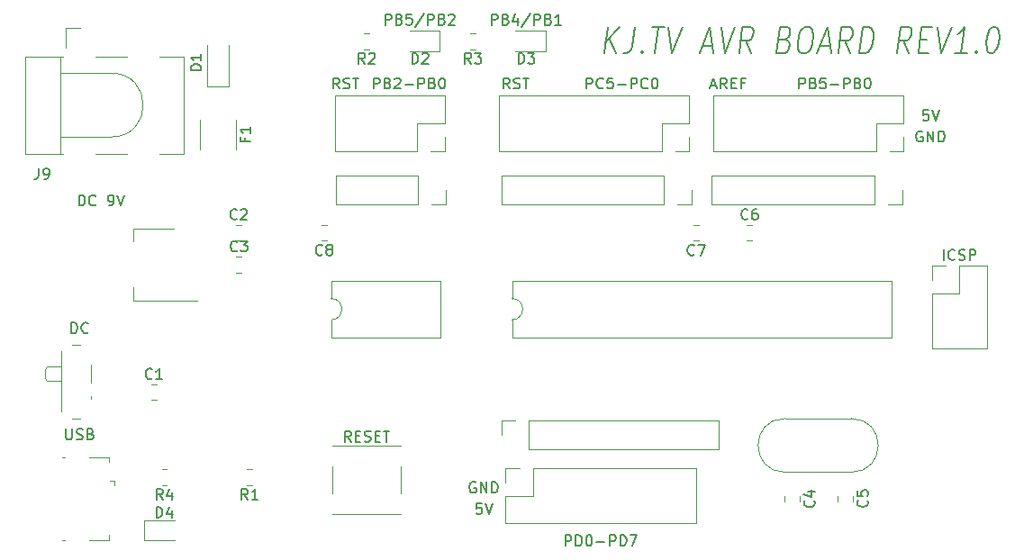
<source format=gbr>
%TF.GenerationSoftware,KiCad,Pcbnew,(5.1.9)-1*%
%TF.CreationDate,2021-06-11T11:12:06+10:00*%
%TF.ProjectId,AVRDevBoard,41565244-6576-4426-9f61-72642e6b6963,rev?*%
%TF.SameCoordinates,Original*%
%TF.FileFunction,Legend,Top*%
%TF.FilePolarity,Positive*%
%FSLAX46Y46*%
G04 Gerber Fmt 4.6, Leading zero omitted, Abs format (unit mm)*
G04 Created by KiCad (PCBNEW (5.1.9)-1) date 2021-06-11 11:12:06*
%MOMM*%
%LPD*%
G01*
G04 APERTURE LIST*
%ADD10C,0.150000*%
%ADD11C,0.120000*%
G04 APERTURE END LIST*
D10*
X81339747Y-81130952D02*
X81652247Y-78630952D01*
X82482604Y-81130952D02*
X81804032Y-79702380D01*
X82795104Y-78630952D02*
X81473675Y-80059523D01*
X84223675Y-78630952D02*
X84000461Y-80416666D01*
X83860580Y-80773809D01*
X83640342Y-81011904D01*
X83339747Y-81130952D01*
X83149270Y-81130952D01*
X84893318Y-80892857D02*
X84973675Y-81011904D01*
X84863556Y-81130952D01*
X84783199Y-81011904D01*
X84893318Y-80892857D01*
X84863556Y-81130952D01*
X85842723Y-78630952D02*
X86985580Y-78630952D01*
X86101651Y-81130952D02*
X86414151Y-78630952D01*
X87366532Y-78630952D02*
X87720699Y-81130952D01*
X88699866Y-78630952D01*
X90571889Y-80416666D02*
X91524270Y-80416666D01*
X90292127Y-81130952D02*
X91271294Y-78630952D01*
X91625461Y-81130952D01*
X92318913Y-78630952D02*
X92673080Y-81130952D01*
X93652247Y-78630952D01*
X95149270Y-81130952D02*
X94631413Y-79940476D01*
X94006413Y-81130952D02*
X94318913Y-78630952D01*
X95080818Y-78630952D01*
X95256413Y-78750000D01*
X95336770Y-78869047D01*
X95402247Y-79107142D01*
X95357604Y-79464285D01*
X95232604Y-79702380D01*
X95122485Y-79821428D01*
X94917127Y-79940476D01*
X94155223Y-79940476D01*
X98360580Y-79821428D02*
X98631413Y-79940476D01*
X98711770Y-80059523D01*
X98777247Y-80297619D01*
X98732604Y-80654761D01*
X98607604Y-80892857D01*
X98497485Y-81011904D01*
X98292127Y-81130952D01*
X97530223Y-81130952D01*
X97842723Y-78630952D01*
X98509389Y-78630952D01*
X98684985Y-78750000D01*
X98765342Y-78869047D01*
X98830818Y-79107142D01*
X98801056Y-79345238D01*
X98676056Y-79583333D01*
X98565937Y-79702380D01*
X98360580Y-79821428D01*
X97693913Y-79821428D01*
X100223675Y-78630952D02*
X100604627Y-78630952D01*
X100780223Y-78750000D01*
X100940937Y-78988095D01*
X100976651Y-79464285D01*
X100872485Y-80297619D01*
X100717723Y-80773809D01*
X100497485Y-81011904D01*
X100292127Y-81130952D01*
X99911175Y-81130952D01*
X99735580Y-81011904D01*
X99574866Y-80773809D01*
X99539151Y-80297619D01*
X99643318Y-79464285D01*
X99798080Y-78988095D01*
X100018318Y-78750000D01*
X100223675Y-78630952D01*
X101619508Y-80416666D02*
X102571889Y-80416666D01*
X101339747Y-81130952D02*
X102318913Y-78630952D01*
X102673080Y-81130952D01*
X104482604Y-81130952D02*
X103964747Y-79940476D01*
X103339747Y-81130952D02*
X103652247Y-78630952D01*
X104414151Y-78630952D01*
X104589747Y-78750000D01*
X104670104Y-78869047D01*
X104735580Y-79107142D01*
X104690937Y-79464285D01*
X104565937Y-79702380D01*
X104455818Y-79821428D01*
X104250461Y-79940476D01*
X103488556Y-79940476D01*
X105339747Y-81130952D02*
X105652247Y-78630952D01*
X106128437Y-78630952D01*
X106399270Y-78750000D01*
X106559985Y-78988095D01*
X106625461Y-79226190D01*
X106661175Y-79702380D01*
X106616532Y-80059523D01*
X106461770Y-80535714D01*
X106336770Y-80773809D01*
X106116532Y-81011904D01*
X105815937Y-81130952D01*
X105339747Y-81130952D01*
X110006413Y-81130952D02*
X109488556Y-79940476D01*
X108863556Y-81130952D02*
X109176056Y-78630952D01*
X109937961Y-78630952D01*
X110113556Y-78750000D01*
X110193913Y-78869047D01*
X110259389Y-79107142D01*
X110214747Y-79464285D01*
X110089747Y-79702380D01*
X109979627Y-79821428D01*
X109774270Y-79940476D01*
X109012366Y-79940476D01*
X111027247Y-79821428D02*
X111693913Y-79821428D01*
X111815937Y-81130952D02*
X110863556Y-81130952D01*
X111176056Y-78630952D01*
X112128437Y-78630952D01*
X112699866Y-78630952D02*
X113054032Y-81130952D01*
X114033199Y-78630952D01*
X115434985Y-81130952D02*
X114292127Y-81130952D01*
X114863556Y-81130952D02*
X115176056Y-78630952D01*
X114940937Y-78988095D01*
X114720699Y-79226190D01*
X114515342Y-79345238D01*
X116321889Y-80892857D02*
X116402247Y-81011904D01*
X116292127Y-81130952D01*
X116211770Y-81011904D01*
X116321889Y-80892857D01*
X116292127Y-81130952D01*
X117937961Y-78630952D02*
X118128437Y-78630952D01*
X118304032Y-78750000D01*
X118384389Y-78869047D01*
X118449866Y-79107142D01*
X118485580Y-79583333D01*
X118411175Y-80178571D01*
X118256413Y-80654761D01*
X118131413Y-80892857D01*
X118021294Y-81011904D01*
X117815937Y-81130952D01*
X117625461Y-81130952D01*
X117449866Y-81011904D01*
X117369508Y-80892857D01*
X117304032Y-80654761D01*
X117268318Y-80178571D01*
X117342723Y-79583333D01*
X117497485Y-79107142D01*
X117622485Y-78869047D01*
X117732604Y-78750000D01*
X117937961Y-78630952D01*
X31952380Y-95452380D02*
X31952380Y-94452380D01*
X32190476Y-94452380D01*
X32333333Y-94500000D01*
X32428571Y-94595238D01*
X32476190Y-94690476D01*
X32523809Y-94880952D01*
X32523809Y-95023809D01*
X32476190Y-95214285D01*
X32428571Y-95309523D01*
X32333333Y-95404761D01*
X32190476Y-95452380D01*
X31952380Y-95452380D01*
X33523809Y-95357142D02*
X33476190Y-95404761D01*
X33333333Y-95452380D01*
X33238095Y-95452380D01*
X33095238Y-95404761D01*
X33000000Y-95309523D01*
X32952380Y-95214285D01*
X32904761Y-95023809D01*
X32904761Y-94880952D01*
X32952380Y-94690476D01*
X33000000Y-94595238D01*
X33095238Y-94500000D01*
X33238095Y-94452380D01*
X33333333Y-94452380D01*
X33476190Y-94500000D01*
X33523809Y-94547619D01*
X34761904Y-95452380D02*
X34952380Y-95452380D01*
X35047619Y-95404761D01*
X35095238Y-95357142D01*
X35190476Y-95214285D01*
X35238095Y-95023809D01*
X35238095Y-94642857D01*
X35190476Y-94547619D01*
X35142857Y-94500000D01*
X35047619Y-94452380D01*
X34857142Y-94452380D01*
X34761904Y-94500000D01*
X34714285Y-94547619D01*
X34666666Y-94642857D01*
X34666666Y-94880952D01*
X34714285Y-94976190D01*
X34761904Y-95023809D01*
X34857142Y-95071428D01*
X35047619Y-95071428D01*
X35142857Y-95023809D01*
X35190476Y-94976190D01*
X35238095Y-94880952D01*
X35523809Y-94452380D02*
X35857142Y-95452380D01*
X36190476Y-94452380D01*
X30738095Y-116452380D02*
X30738095Y-117261904D01*
X30785714Y-117357142D01*
X30833333Y-117404761D01*
X30928571Y-117452380D01*
X31119047Y-117452380D01*
X31214285Y-117404761D01*
X31261904Y-117357142D01*
X31309523Y-117261904D01*
X31309523Y-116452380D01*
X31738095Y-117404761D02*
X31880952Y-117452380D01*
X32119047Y-117452380D01*
X32214285Y-117404761D01*
X32261904Y-117357142D01*
X32309523Y-117261904D01*
X32309523Y-117166666D01*
X32261904Y-117071428D01*
X32214285Y-117023809D01*
X32119047Y-116976190D01*
X31928571Y-116928571D01*
X31833333Y-116880952D01*
X31785714Y-116833333D01*
X31738095Y-116738095D01*
X31738095Y-116642857D01*
X31785714Y-116547619D01*
X31833333Y-116500000D01*
X31928571Y-116452380D01*
X32166666Y-116452380D01*
X32309523Y-116500000D01*
X33071428Y-116928571D02*
X33214285Y-116976190D01*
X33261904Y-117023809D01*
X33309523Y-117119047D01*
X33309523Y-117261904D01*
X33261904Y-117357142D01*
X33214285Y-117404761D01*
X33119047Y-117452380D01*
X32738095Y-117452380D01*
X32738095Y-116452380D01*
X33071428Y-116452380D01*
X33166666Y-116500000D01*
X33214285Y-116547619D01*
X33261904Y-116642857D01*
X33261904Y-116738095D01*
X33214285Y-116833333D01*
X33166666Y-116880952D01*
X33071428Y-116928571D01*
X32738095Y-116928571D01*
X31238095Y-107452380D02*
X31238095Y-106452380D01*
X31476190Y-106452380D01*
X31619047Y-106500000D01*
X31714285Y-106595238D01*
X31761904Y-106690476D01*
X31809523Y-106880952D01*
X31809523Y-107023809D01*
X31761904Y-107214285D01*
X31714285Y-107309523D01*
X31619047Y-107404761D01*
X31476190Y-107452380D01*
X31238095Y-107452380D01*
X32809523Y-107357142D02*
X32761904Y-107404761D01*
X32619047Y-107452380D01*
X32523809Y-107452380D01*
X32380952Y-107404761D01*
X32285714Y-107309523D01*
X32238095Y-107214285D01*
X32190476Y-107023809D01*
X32190476Y-106880952D01*
X32238095Y-106690476D01*
X32285714Y-106595238D01*
X32380952Y-106500000D01*
X32523809Y-106452380D01*
X32619047Y-106452380D01*
X32761904Y-106500000D01*
X32809523Y-106547619D01*
X69238095Y-121500000D02*
X69142857Y-121452380D01*
X69000000Y-121452380D01*
X68857142Y-121500000D01*
X68761904Y-121595238D01*
X68714285Y-121690476D01*
X68666666Y-121880952D01*
X68666666Y-122023809D01*
X68714285Y-122214285D01*
X68761904Y-122309523D01*
X68857142Y-122404761D01*
X69000000Y-122452380D01*
X69095238Y-122452380D01*
X69238095Y-122404761D01*
X69285714Y-122357142D01*
X69285714Y-122023809D01*
X69095238Y-122023809D01*
X69714285Y-122452380D02*
X69714285Y-121452380D01*
X70285714Y-122452380D01*
X70285714Y-121452380D01*
X70761904Y-122452380D02*
X70761904Y-121452380D01*
X71000000Y-121452380D01*
X71142857Y-121500000D01*
X71238095Y-121595238D01*
X71285714Y-121690476D01*
X71333333Y-121880952D01*
X71333333Y-122023809D01*
X71285714Y-122214285D01*
X71238095Y-122309523D01*
X71142857Y-122404761D01*
X71000000Y-122452380D01*
X70761904Y-122452380D01*
X69809523Y-123452380D02*
X69333333Y-123452380D01*
X69285714Y-123928571D01*
X69333333Y-123880952D01*
X69428571Y-123833333D01*
X69666666Y-123833333D01*
X69761904Y-123880952D01*
X69809523Y-123928571D01*
X69857142Y-124023809D01*
X69857142Y-124261904D01*
X69809523Y-124357142D01*
X69761904Y-124404761D01*
X69666666Y-124452380D01*
X69428571Y-124452380D01*
X69333333Y-124404761D01*
X69285714Y-124357142D01*
X70142857Y-123452380D02*
X70476190Y-124452380D01*
X70809523Y-123452380D01*
X111238095Y-88500000D02*
X111142857Y-88452380D01*
X111000000Y-88452380D01*
X110857142Y-88500000D01*
X110761904Y-88595238D01*
X110714285Y-88690476D01*
X110666666Y-88880952D01*
X110666666Y-89023809D01*
X110714285Y-89214285D01*
X110761904Y-89309523D01*
X110857142Y-89404761D01*
X111000000Y-89452380D01*
X111095238Y-89452380D01*
X111238095Y-89404761D01*
X111285714Y-89357142D01*
X111285714Y-89023809D01*
X111095238Y-89023809D01*
X111714285Y-89452380D02*
X111714285Y-88452380D01*
X112285714Y-89452380D01*
X112285714Y-88452380D01*
X112761904Y-89452380D02*
X112761904Y-88452380D01*
X113000000Y-88452380D01*
X113142857Y-88500000D01*
X113238095Y-88595238D01*
X113285714Y-88690476D01*
X113333333Y-88880952D01*
X113333333Y-89023809D01*
X113285714Y-89214285D01*
X113238095Y-89309523D01*
X113142857Y-89404761D01*
X113000000Y-89452380D01*
X112761904Y-89452380D01*
X111809523Y-86452380D02*
X111333333Y-86452380D01*
X111285714Y-86928571D01*
X111333333Y-86880952D01*
X111428571Y-86833333D01*
X111666666Y-86833333D01*
X111761904Y-86880952D01*
X111809523Y-86928571D01*
X111857142Y-87023809D01*
X111857142Y-87261904D01*
X111809523Y-87357142D01*
X111761904Y-87404761D01*
X111666666Y-87452380D01*
X111428571Y-87452380D01*
X111333333Y-87404761D01*
X111285714Y-87357142D01*
X112142857Y-86452380D02*
X112476190Y-87452380D01*
X112809523Y-86452380D01*
X77666666Y-127452380D02*
X77666666Y-126452380D01*
X78047619Y-126452380D01*
X78142857Y-126500000D01*
X78190476Y-126547619D01*
X78238095Y-126642857D01*
X78238095Y-126785714D01*
X78190476Y-126880952D01*
X78142857Y-126928571D01*
X78047619Y-126976190D01*
X77666666Y-126976190D01*
X78666666Y-127452380D02*
X78666666Y-126452380D01*
X78904761Y-126452380D01*
X79047619Y-126500000D01*
X79142857Y-126595238D01*
X79190476Y-126690476D01*
X79238095Y-126880952D01*
X79238095Y-127023809D01*
X79190476Y-127214285D01*
X79142857Y-127309523D01*
X79047619Y-127404761D01*
X78904761Y-127452380D01*
X78666666Y-127452380D01*
X79857142Y-126452380D02*
X79952380Y-126452380D01*
X80047619Y-126500000D01*
X80095238Y-126547619D01*
X80142857Y-126642857D01*
X80190476Y-126833333D01*
X80190476Y-127071428D01*
X80142857Y-127261904D01*
X80095238Y-127357142D01*
X80047619Y-127404761D01*
X79952380Y-127452380D01*
X79857142Y-127452380D01*
X79761904Y-127404761D01*
X79714285Y-127357142D01*
X79666666Y-127261904D01*
X79619047Y-127071428D01*
X79619047Y-126833333D01*
X79666666Y-126642857D01*
X79714285Y-126547619D01*
X79761904Y-126500000D01*
X79857142Y-126452380D01*
X80619047Y-127071428D02*
X81380952Y-127071428D01*
X81857142Y-127452380D02*
X81857142Y-126452380D01*
X82238095Y-126452380D01*
X82333333Y-126500000D01*
X82380952Y-126547619D01*
X82428571Y-126642857D01*
X82428571Y-126785714D01*
X82380952Y-126880952D01*
X82333333Y-126928571D01*
X82238095Y-126976190D01*
X81857142Y-126976190D01*
X82857142Y-127452380D02*
X82857142Y-126452380D01*
X83095238Y-126452380D01*
X83238095Y-126500000D01*
X83333333Y-126595238D01*
X83380952Y-126690476D01*
X83428571Y-126880952D01*
X83428571Y-127023809D01*
X83380952Y-127214285D01*
X83333333Y-127309523D01*
X83238095Y-127404761D01*
X83095238Y-127452380D01*
X82857142Y-127452380D01*
X83761904Y-126452380D02*
X84428571Y-126452380D01*
X84000000Y-127452380D01*
X91380952Y-84166666D02*
X91857142Y-84166666D01*
X91285714Y-84452380D02*
X91619047Y-83452380D01*
X91952380Y-84452380D01*
X92857142Y-84452380D02*
X92523809Y-83976190D01*
X92285714Y-84452380D02*
X92285714Y-83452380D01*
X92666666Y-83452380D01*
X92761904Y-83500000D01*
X92809523Y-83547619D01*
X92857142Y-83642857D01*
X92857142Y-83785714D01*
X92809523Y-83880952D01*
X92761904Y-83928571D01*
X92666666Y-83976190D01*
X92285714Y-83976190D01*
X93285714Y-83928571D02*
X93619047Y-83928571D01*
X93761904Y-84452380D02*
X93285714Y-84452380D01*
X93285714Y-83452380D01*
X93761904Y-83452380D01*
X94523809Y-83928571D02*
X94190476Y-83928571D01*
X94190476Y-84452380D02*
X94190476Y-83452380D01*
X94666666Y-83452380D01*
X99666666Y-84452380D02*
X99666666Y-83452380D01*
X100047619Y-83452380D01*
X100142857Y-83500000D01*
X100190476Y-83547619D01*
X100238095Y-83642857D01*
X100238095Y-83785714D01*
X100190476Y-83880952D01*
X100142857Y-83928571D01*
X100047619Y-83976190D01*
X99666666Y-83976190D01*
X101000000Y-83928571D02*
X101142857Y-83976190D01*
X101190476Y-84023809D01*
X101238095Y-84119047D01*
X101238095Y-84261904D01*
X101190476Y-84357142D01*
X101142857Y-84404761D01*
X101047619Y-84452380D01*
X100666666Y-84452380D01*
X100666666Y-83452380D01*
X101000000Y-83452380D01*
X101095238Y-83500000D01*
X101142857Y-83547619D01*
X101190476Y-83642857D01*
X101190476Y-83738095D01*
X101142857Y-83833333D01*
X101095238Y-83880952D01*
X101000000Y-83928571D01*
X100666666Y-83928571D01*
X102142857Y-83452380D02*
X101666666Y-83452380D01*
X101619047Y-83928571D01*
X101666666Y-83880952D01*
X101761904Y-83833333D01*
X102000000Y-83833333D01*
X102095238Y-83880952D01*
X102142857Y-83928571D01*
X102190476Y-84023809D01*
X102190476Y-84261904D01*
X102142857Y-84357142D01*
X102095238Y-84404761D01*
X102000000Y-84452380D01*
X101761904Y-84452380D01*
X101666666Y-84404761D01*
X101619047Y-84357142D01*
X102619047Y-84071428D02*
X103380952Y-84071428D01*
X103857142Y-84452380D02*
X103857142Y-83452380D01*
X104238095Y-83452380D01*
X104333333Y-83500000D01*
X104380952Y-83547619D01*
X104428571Y-83642857D01*
X104428571Y-83785714D01*
X104380952Y-83880952D01*
X104333333Y-83928571D01*
X104238095Y-83976190D01*
X103857142Y-83976190D01*
X105190476Y-83928571D02*
X105333333Y-83976190D01*
X105380952Y-84023809D01*
X105428571Y-84119047D01*
X105428571Y-84261904D01*
X105380952Y-84357142D01*
X105333333Y-84404761D01*
X105238095Y-84452380D01*
X104857142Y-84452380D01*
X104857142Y-83452380D01*
X105190476Y-83452380D01*
X105285714Y-83500000D01*
X105333333Y-83547619D01*
X105380952Y-83642857D01*
X105380952Y-83738095D01*
X105333333Y-83833333D01*
X105285714Y-83880952D01*
X105190476Y-83928571D01*
X104857142Y-83928571D01*
X106047619Y-83452380D02*
X106142857Y-83452380D01*
X106238095Y-83500000D01*
X106285714Y-83547619D01*
X106333333Y-83642857D01*
X106380952Y-83833333D01*
X106380952Y-84071428D01*
X106333333Y-84261904D01*
X106285714Y-84357142D01*
X106238095Y-84404761D01*
X106142857Y-84452380D01*
X106047619Y-84452380D01*
X105952380Y-84404761D01*
X105904761Y-84357142D01*
X105857142Y-84261904D01*
X105809523Y-84071428D01*
X105809523Y-83833333D01*
X105857142Y-83642857D01*
X105904761Y-83547619D01*
X105952380Y-83500000D01*
X106047619Y-83452380D01*
X79666666Y-84452380D02*
X79666666Y-83452380D01*
X80047619Y-83452380D01*
X80142857Y-83500000D01*
X80190476Y-83547619D01*
X80238095Y-83642857D01*
X80238095Y-83785714D01*
X80190476Y-83880952D01*
X80142857Y-83928571D01*
X80047619Y-83976190D01*
X79666666Y-83976190D01*
X81238095Y-84357142D02*
X81190476Y-84404761D01*
X81047619Y-84452380D01*
X80952380Y-84452380D01*
X80809523Y-84404761D01*
X80714285Y-84309523D01*
X80666666Y-84214285D01*
X80619047Y-84023809D01*
X80619047Y-83880952D01*
X80666666Y-83690476D01*
X80714285Y-83595238D01*
X80809523Y-83500000D01*
X80952380Y-83452380D01*
X81047619Y-83452380D01*
X81190476Y-83500000D01*
X81238095Y-83547619D01*
X82142857Y-83452380D02*
X81666666Y-83452380D01*
X81619047Y-83928571D01*
X81666666Y-83880952D01*
X81761904Y-83833333D01*
X82000000Y-83833333D01*
X82095238Y-83880952D01*
X82142857Y-83928571D01*
X82190476Y-84023809D01*
X82190476Y-84261904D01*
X82142857Y-84357142D01*
X82095238Y-84404761D01*
X82000000Y-84452380D01*
X81761904Y-84452380D01*
X81666666Y-84404761D01*
X81619047Y-84357142D01*
X82619047Y-84071428D02*
X83380952Y-84071428D01*
X83857142Y-84452380D02*
X83857142Y-83452380D01*
X84238095Y-83452380D01*
X84333333Y-83500000D01*
X84380952Y-83547619D01*
X84428571Y-83642857D01*
X84428571Y-83785714D01*
X84380952Y-83880952D01*
X84333333Y-83928571D01*
X84238095Y-83976190D01*
X83857142Y-83976190D01*
X85428571Y-84357142D02*
X85380952Y-84404761D01*
X85238095Y-84452380D01*
X85142857Y-84452380D01*
X85000000Y-84404761D01*
X84904761Y-84309523D01*
X84857142Y-84214285D01*
X84809523Y-84023809D01*
X84809523Y-83880952D01*
X84857142Y-83690476D01*
X84904761Y-83595238D01*
X85000000Y-83500000D01*
X85142857Y-83452380D01*
X85238095Y-83452380D01*
X85380952Y-83500000D01*
X85428571Y-83547619D01*
X86047619Y-83452380D02*
X86142857Y-83452380D01*
X86238095Y-83500000D01*
X86285714Y-83547619D01*
X86333333Y-83642857D01*
X86380952Y-83833333D01*
X86380952Y-84071428D01*
X86333333Y-84261904D01*
X86285714Y-84357142D01*
X86238095Y-84404761D01*
X86142857Y-84452380D01*
X86047619Y-84452380D01*
X85952380Y-84404761D01*
X85904761Y-84357142D01*
X85857142Y-84261904D01*
X85809523Y-84071428D01*
X85809523Y-83833333D01*
X85857142Y-83642857D01*
X85904761Y-83547619D01*
X85952380Y-83500000D01*
X86047619Y-83452380D01*
X72452380Y-84452380D02*
X72119047Y-83976190D01*
X71880952Y-84452380D02*
X71880952Y-83452380D01*
X72261904Y-83452380D01*
X72357142Y-83500000D01*
X72404761Y-83547619D01*
X72452380Y-83642857D01*
X72452380Y-83785714D01*
X72404761Y-83880952D01*
X72357142Y-83928571D01*
X72261904Y-83976190D01*
X71880952Y-83976190D01*
X72833333Y-84404761D02*
X72976190Y-84452380D01*
X73214285Y-84452380D01*
X73309523Y-84404761D01*
X73357142Y-84357142D01*
X73404761Y-84261904D01*
X73404761Y-84166666D01*
X73357142Y-84071428D01*
X73309523Y-84023809D01*
X73214285Y-83976190D01*
X73023809Y-83928571D01*
X72928571Y-83880952D01*
X72880952Y-83833333D01*
X72833333Y-83738095D01*
X72833333Y-83642857D01*
X72880952Y-83547619D01*
X72928571Y-83500000D01*
X73023809Y-83452380D01*
X73261904Y-83452380D01*
X73404761Y-83500000D01*
X73690476Y-83452380D02*
X74261904Y-83452380D01*
X73976190Y-84452380D02*
X73976190Y-83452380D01*
X56452380Y-84452380D02*
X56119047Y-83976190D01*
X55880952Y-84452380D02*
X55880952Y-83452380D01*
X56261904Y-83452380D01*
X56357142Y-83500000D01*
X56404761Y-83547619D01*
X56452380Y-83642857D01*
X56452380Y-83785714D01*
X56404761Y-83880952D01*
X56357142Y-83928571D01*
X56261904Y-83976190D01*
X55880952Y-83976190D01*
X56833333Y-84404761D02*
X56976190Y-84452380D01*
X57214285Y-84452380D01*
X57309523Y-84404761D01*
X57357142Y-84357142D01*
X57404761Y-84261904D01*
X57404761Y-84166666D01*
X57357142Y-84071428D01*
X57309523Y-84023809D01*
X57214285Y-83976190D01*
X57023809Y-83928571D01*
X56928571Y-83880952D01*
X56880952Y-83833333D01*
X56833333Y-83738095D01*
X56833333Y-83642857D01*
X56880952Y-83547619D01*
X56928571Y-83500000D01*
X57023809Y-83452380D01*
X57261904Y-83452380D01*
X57404761Y-83500000D01*
X57690476Y-83452380D02*
X58261904Y-83452380D01*
X57976190Y-84452380D02*
X57976190Y-83452380D01*
X59666666Y-84452380D02*
X59666666Y-83452380D01*
X60047619Y-83452380D01*
X60142857Y-83500000D01*
X60190476Y-83547619D01*
X60238095Y-83642857D01*
X60238095Y-83785714D01*
X60190476Y-83880952D01*
X60142857Y-83928571D01*
X60047619Y-83976190D01*
X59666666Y-83976190D01*
X61000000Y-83928571D02*
X61142857Y-83976190D01*
X61190476Y-84023809D01*
X61238095Y-84119047D01*
X61238095Y-84261904D01*
X61190476Y-84357142D01*
X61142857Y-84404761D01*
X61047619Y-84452380D01*
X60666666Y-84452380D01*
X60666666Y-83452380D01*
X61000000Y-83452380D01*
X61095238Y-83500000D01*
X61142857Y-83547619D01*
X61190476Y-83642857D01*
X61190476Y-83738095D01*
X61142857Y-83833333D01*
X61095238Y-83880952D01*
X61000000Y-83928571D01*
X60666666Y-83928571D01*
X61619047Y-83547619D02*
X61666666Y-83500000D01*
X61761904Y-83452380D01*
X62000000Y-83452380D01*
X62095238Y-83500000D01*
X62142857Y-83547619D01*
X62190476Y-83642857D01*
X62190476Y-83738095D01*
X62142857Y-83880952D01*
X61571428Y-84452380D01*
X62190476Y-84452380D01*
X62619047Y-84071428D02*
X63380952Y-84071428D01*
X63857142Y-84452380D02*
X63857142Y-83452380D01*
X64238095Y-83452380D01*
X64333333Y-83500000D01*
X64380952Y-83547619D01*
X64428571Y-83642857D01*
X64428571Y-83785714D01*
X64380952Y-83880952D01*
X64333333Y-83928571D01*
X64238095Y-83976190D01*
X63857142Y-83976190D01*
X65190476Y-83928571D02*
X65333333Y-83976190D01*
X65380952Y-84023809D01*
X65428571Y-84119047D01*
X65428571Y-84261904D01*
X65380952Y-84357142D01*
X65333333Y-84404761D01*
X65238095Y-84452380D01*
X64857142Y-84452380D01*
X64857142Y-83452380D01*
X65190476Y-83452380D01*
X65285714Y-83500000D01*
X65333333Y-83547619D01*
X65380952Y-83642857D01*
X65380952Y-83738095D01*
X65333333Y-83833333D01*
X65285714Y-83880952D01*
X65190476Y-83928571D01*
X64857142Y-83928571D01*
X66047619Y-83452380D02*
X66142857Y-83452380D01*
X66238095Y-83500000D01*
X66285714Y-83547619D01*
X66333333Y-83642857D01*
X66380952Y-83833333D01*
X66380952Y-84071428D01*
X66333333Y-84261904D01*
X66285714Y-84357142D01*
X66238095Y-84404761D01*
X66142857Y-84452380D01*
X66047619Y-84452380D01*
X65952380Y-84404761D01*
X65904761Y-84357142D01*
X65857142Y-84261904D01*
X65809523Y-84071428D01*
X65809523Y-83833333D01*
X65857142Y-83642857D01*
X65904761Y-83547619D01*
X65952380Y-83500000D01*
X66047619Y-83452380D01*
X70761904Y-78452380D02*
X70761904Y-77452380D01*
X71142857Y-77452380D01*
X71238095Y-77500000D01*
X71285714Y-77547619D01*
X71333333Y-77642857D01*
X71333333Y-77785714D01*
X71285714Y-77880952D01*
X71238095Y-77928571D01*
X71142857Y-77976190D01*
X70761904Y-77976190D01*
X72095238Y-77928571D02*
X72238095Y-77976190D01*
X72285714Y-78023809D01*
X72333333Y-78119047D01*
X72333333Y-78261904D01*
X72285714Y-78357142D01*
X72238095Y-78404761D01*
X72142857Y-78452380D01*
X71761904Y-78452380D01*
X71761904Y-77452380D01*
X72095238Y-77452380D01*
X72190476Y-77500000D01*
X72238095Y-77547619D01*
X72285714Y-77642857D01*
X72285714Y-77738095D01*
X72238095Y-77833333D01*
X72190476Y-77880952D01*
X72095238Y-77928571D01*
X71761904Y-77928571D01*
X73190476Y-77785714D02*
X73190476Y-78452380D01*
X72952380Y-77404761D02*
X72714285Y-78119047D01*
X73333333Y-78119047D01*
X74428571Y-77404761D02*
X73571428Y-78690476D01*
X74761904Y-78452380D02*
X74761904Y-77452380D01*
X75142857Y-77452380D01*
X75238095Y-77500000D01*
X75285714Y-77547619D01*
X75333333Y-77642857D01*
X75333333Y-77785714D01*
X75285714Y-77880952D01*
X75238095Y-77928571D01*
X75142857Y-77976190D01*
X74761904Y-77976190D01*
X76095238Y-77928571D02*
X76238095Y-77976190D01*
X76285714Y-78023809D01*
X76333333Y-78119047D01*
X76333333Y-78261904D01*
X76285714Y-78357142D01*
X76238095Y-78404761D01*
X76142857Y-78452380D01*
X75761904Y-78452380D01*
X75761904Y-77452380D01*
X76095238Y-77452380D01*
X76190476Y-77500000D01*
X76238095Y-77547619D01*
X76285714Y-77642857D01*
X76285714Y-77738095D01*
X76238095Y-77833333D01*
X76190476Y-77880952D01*
X76095238Y-77928571D01*
X75761904Y-77928571D01*
X77285714Y-78452380D02*
X76714285Y-78452380D01*
X77000000Y-78452380D02*
X77000000Y-77452380D01*
X76904761Y-77595238D01*
X76809523Y-77690476D01*
X76714285Y-77738095D01*
X60761904Y-78452380D02*
X60761904Y-77452380D01*
X61142857Y-77452380D01*
X61238095Y-77500000D01*
X61285714Y-77547619D01*
X61333333Y-77642857D01*
X61333333Y-77785714D01*
X61285714Y-77880952D01*
X61238095Y-77928571D01*
X61142857Y-77976190D01*
X60761904Y-77976190D01*
X62095238Y-77928571D02*
X62238095Y-77976190D01*
X62285714Y-78023809D01*
X62333333Y-78119047D01*
X62333333Y-78261904D01*
X62285714Y-78357142D01*
X62238095Y-78404761D01*
X62142857Y-78452380D01*
X61761904Y-78452380D01*
X61761904Y-77452380D01*
X62095238Y-77452380D01*
X62190476Y-77500000D01*
X62238095Y-77547619D01*
X62285714Y-77642857D01*
X62285714Y-77738095D01*
X62238095Y-77833333D01*
X62190476Y-77880952D01*
X62095238Y-77928571D01*
X61761904Y-77928571D01*
X63238095Y-77452380D02*
X62761904Y-77452380D01*
X62714285Y-77928571D01*
X62761904Y-77880952D01*
X62857142Y-77833333D01*
X63095238Y-77833333D01*
X63190476Y-77880952D01*
X63238095Y-77928571D01*
X63285714Y-78023809D01*
X63285714Y-78261904D01*
X63238095Y-78357142D01*
X63190476Y-78404761D01*
X63095238Y-78452380D01*
X62857142Y-78452380D01*
X62761904Y-78404761D01*
X62714285Y-78357142D01*
X64428571Y-77404761D02*
X63571428Y-78690476D01*
X64761904Y-78452380D02*
X64761904Y-77452380D01*
X65142857Y-77452380D01*
X65238095Y-77500000D01*
X65285714Y-77547619D01*
X65333333Y-77642857D01*
X65333333Y-77785714D01*
X65285714Y-77880952D01*
X65238095Y-77928571D01*
X65142857Y-77976190D01*
X64761904Y-77976190D01*
X66095238Y-77928571D02*
X66238095Y-77976190D01*
X66285714Y-78023809D01*
X66333333Y-78119047D01*
X66333333Y-78261904D01*
X66285714Y-78357142D01*
X66238095Y-78404761D01*
X66142857Y-78452380D01*
X65761904Y-78452380D01*
X65761904Y-77452380D01*
X66095238Y-77452380D01*
X66190476Y-77500000D01*
X66238095Y-77547619D01*
X66285714Y-77642857D01*
X66285714Y-77738095D01*
X66238095Y-77833333D01*
X66190476Y-77880952D01*
X66095238Y-77928571D01*
X65761904Y-77928571D01*
X66714285Y-77547619D02*
X66761904Y-77500000D01*
X66857142Y-77452380D01*
X67095238Y-77452380D01*
X67190476Y-77500000D01*
X67238095Y-77547619D01*
X67285714Y-77642857D01*
X67285714Y-77738095D01*
X67238095Y-77880952D01*
X66666666Y-78452380D01*
X67285714Y-78452380D01*
D11*
%TO.C,C1*%
X38738748Y-113735000D02*
X39261252Y-113735000D01*
X38738748Y-112265000D02*
X39261252Y-112265000D01*
%TO.C,C2*%
X46701248Y-98735000D02*
X47223752Y-98735000D01*
X46701248Y-97265000D02*
X47223752Y-97265000D01*
%TO.C,C3*%
X46738748Y-100265000D02*
X47261252Y-100265000D01*
X46738748Y-101735000D02*
X47261252Y-101735000D01*
%TO.C,C4*%
X99735000Y-122776248D02*
X99735000Y-123298752D01*
X98265000Y-122776248D02*
X98265000Y-123298752D01*
%TO.C,C5*%
X103265000Y-122738748D02*
X103265000Y-123261252D01*
X104735000Y-122738748D02*
X104735000Y-123261252D01*
%TO.C,C6*%
X94738748Y-97265000D02*
X95261252Y-97265000D01*
X94738748Y-98735000D02*
X95261252Y-98735000D01*
%TO.C,C7*%
X90223752Y-98735000D02*
X89701248Y-98735000D01*
X90223752Y-97265000D02*
X89701248Y-97265000D01*
%TO.C,C8*%
X55261252Y-97265000D02*
X54738748Y-97265000D01*
X55261252Y-98735000D02*
X54738748Y-98735000D01*
%TO.C,D1*%
X44000000Y-84250000D02*
X46000000Y-84250000D01*
X46000000Y-84250000D02*
X46000000Y-80350000D01*
X44000000Y-84250000D02*
X44000000Y-80350000D01*
%TO.C,D2*%
X63025000Y-80960000D02*
X65885000Y-80960000D01*
X65885000Y-80960000D02*
X65885000Y-79040000D01*
X65885000Y-79040000D02*
X63025000Y-79040000D01*
%TO.C,D3*%
X75860000Y-79040000D02*
X73000000Y-79040000D01*
X75860000Y-80960000D02*
X75860000Y-79040000D01*
X73000000Y-80960000D02*
X75860000Y-80960000D01*
%TO.C,D4*%
X40975000Y-125040000D02*
X38115000Y-125040000D01*
X38115000Y-125040000D02*
X38115000Y-126960000D01*
X38115000Y-126960000D02*
X40975000Y-126960000D01*
%TO.C,F1*%
X46710000Y-87388748D02*
X46710000Y-90161252D01*
X43290000Y-87388748D02*
X43290000Y-90161252D01*
%TO.C,J1*%
X63810000Y-92670000D02*
X63810000Y-95330000D01*
X63810000Y-92670000D02*
X56130000Y-92670000D01*
X56130000Y-92670000D02*
X56130000Y-95330000D01*
X63810000Y-95330000D02*
X56130000Y-95330000D01*
X66410000Y-95330000D02*
X65080000Y-95330000D01*
X66410000Y-94000000D02*
X66410000Y-95330000D01*
%TO.C,J2*%
X66330000Y-85130000D02*
X66330000Y-87730000D01*
X66330000Y-85130000D02*
X56050000Y-85130000D01*
X56050000Y-85130000D02*
X56050000Y-90330000D01*
X63730000Y-90330000D02*
X56050000Y-90330000D01*
X63730000Y-87730000D02*
X63730000Y-90330000D01*
X66330000Y-87730000D02*
X63730000Y-87730000D01*
X66330000Y-90330000D02*
X65000000Y-90330000D01*
X66330000Y-89000000D02*
X66330000Y-90330000D01*
%TO.C,J3*%
X106730000Y-92670000D02*
X106730000Y-95330000D01*
X106730000Y-92670000D02*
X91430000Y-92670000D01*
X91430000Y-92670000D02*
X91430000Y-95330000D01*
X106730000Y-95330000D02*
X91430000Y-95330000D01*
X109330000Y-95330000D02*
X108000000Y-95330000D01*
X109330000Y-94000000D02*
X109330000Y-95330000D01*
%TO.C,J4*%
X89570000Y-94000000D02*
X89570000Y-95330000D01*
X89570000Y-95330000D02*
X88240000Y-95330000D01*
X86970000Y-95330000D02*
X71670000Y-95330000D01*
X71670000Y-92670000D02*
X71670000Y-95330000D01*
X86970000Y-92670000D02*
X71670000Y-92670000D01*
X86970000Y-92670000D02*
X86970000Y-95330000D01*
%TO.C,J5*%
X74270000Y-118330000D02*
X74270000Y-115670000D01*
X74270000Y-118330000D02*
X92110000Y-118330000D01*
X92110000Y-118330000D02*
X92110000Y-115670000D01*
X74270000Y-115670000D02*
X92110000Y-115670000D01*
X71670000Y-115670000D02*
X73000000Y-115670000D01*
X71670000Y-117000000D02*
X71670000Y-115670000D01*
%TO.C,J6*%
X72050000Y-125330000D02*
X72050000Y-122730000D01*
X72050000Y-125330000D02*
X89950000Y-125330000D01*
X89950000Y-125330000D02*
X89950000Y-120130000D01*
X74650000Y-120130000D02*
X89950000Y-120130000D01*
X74650000Y-122730000D02*
X74650000Y-120130000D01*
X72050000Y-122730000D02*
X74650000Y-122730000D01*
X72050000Y-120130000D02*
X73380000Y-120130000D01*
X72050000Y-121460000D02*
X72050000Y-120130000D01*
%TO.C,J7*%
X89330000Y-89000000D02*
X89330000Y-90330000D01*
X89330000Y-90330000D02*
X88000000Y-90330000D01*
X89330000Y-87730000D02*
X86730000Y-87730000D01*
X86730000Y-87730000D02*
X86730000Y-90330000D01*
X86730000Y-90330000D02*
X71430000Y-90330000D01*
X71430000Y-85130000D02*
X71430000Y-90330000D01*
X89330000Y-85130000D02*
X71430000Y-85130000D01*
X89330000Y-85130000D02*
X89330000Y-87730000D01*
%TO.C,J8*%
X109490000Y-85130000D02*
X109490000Y-87730000D01*
X109490000Y-85130000D02*
X91590000Y-85130000D01*
X91590000Y-85130000D02*
X91590000Y-90330000D01*
X106890000Y-90330000D02*
X91590000Y-90330000D01*
X106890000Y-87730000D02*
X106890000Y-90330000D01*
X109490000Y-87730000D02*
X106890000Y-87730000D01*
X109490000Y-90330000D02*
X108160000Y-90330000D01*
X109490000Y-89000000D02*
X109490000Y-90330000D01*
%TO.C,J9*%
X30200000Y-89000000D02*
X35000000Y-89000000D01*
X30200000Y-83000000D02*
X35000000Y-83000000D01*
X30200000Y-90560000D02*
X30200000Y-81440000D01*
X26890000Y-90560000D02*
X26890000Y-81440000D01*
X26890000Y-90560000D02*
X30500000Y-90560000D01*
X33500000Y-90560000D02*
X36500000Y-90560000D01*
X39500000Y-90560000D02*
X41810000Y-90560000D01*
X39500000Y-81440000D02*
X41810000Y-81440000D01*
X33500000Y-81440000D02*
X36500000Y-81440000D01*
X41810000Y-90560000D02*
X41810000Y-81440000D01*
X26890000Y-81440000D02*
X30500000Y-81440000D01*
X32080000Y-78740000D02*
X30740000Y-78740000D01*
X30740000Y-78740000D02*
X30740000Y-80640000D01*
X35000000Y-83000000D02*
G75*
G02*
X35000000Y-89000000I0J-3000000D01*
G01*
%TO.C,J10*%
X34762500Y-119100000D02*
X34762500Y-119550000D01*
X32912500Y-119100000D02*
X34762500Y-119100000D01*
X30362500Y-126900000D02*
X30612500Y-126900000D01*
X30362500Y-119100000D02*
X30612500Y-119100000D01*
X32912500Y-126900000D02*
X34762500Y-126900000D01*
X34762500Y-126900000D02*
X34762500Y-126450000D01*
X35312500Y-121300000D02*
X35312500Y-121750000D01*
X35312500Y-121300000D02*
X34862500Y-121300000D01*
%TO.C,ICSP*%
X112130000Y-101130000D02*
X113460000Y-101130000D01*
X112130000Y-102460000D02*
X112130000Y-101130000D01*
X114730000Y-101130000D02*
X117330000Y-101130000D01*
X114730000Y-103730000D02*
X114730000Y-101130000D01*
X112130000Y-103730000D02*
X114730000Y-103730000D01*
X117330000Y-101130000D02*
X117330000Y-108870000D01*
X112130000Y-103730000D02*
X112130000Y-108870000D01*
X112130000Y-108870000D02*
X117330000Y-108870000D01*
%TO.C,R1*%
X48227064Y-120265000D02*
X47772936Y-120265000D01*
X48227064Y-121735000D02*
X47772936Y-121735000D01*
%TO.C,R2*%
X59227064Y-80735000D02*
X58772936Y-80735000D01*
X59227064Y-79265000D02*
X58772936Y-79265000D01*
%TO.C,R3*%
X69227064Y-79265000D02*
X68772936Y-79265000D01*
X69227064Y-80735000D02*
X68772936Y-80735000D01*
%TO.C,R4*%
X40227064Y-121735000D02*
X39772936Y-121735000D01*
X40227064Y-120265000D02*
X39772936Y-120265000D01*
%TO.C,SW1*%
X33120000Y-113400000D02*
X33120000Y-113600000D01*
X28980000Y-110600000D02*
X28770000Y-110800000D01*
X28980000Y-111900000D02*
X28770000Y-111700000D01*
X30270000Y-110600000D02*
X28980000Y-110600000D01*
X28770000Y-110800000D02*
X28770000Y-111700000D01*
X28980000Y-111900000D02*
X30270000Y-111900000D01*
X30270000Y-109150000D02*
X30270000Y-114850000D01*
X33120000Y-110400000D02*
X33120000Y-112100000D01*
X32070000Y-108550000D02*
X31280000Y-108550000D01*
X31280000Y-115450000D02*
X32070000Y-115450000D01*
%TO.C,RESET*%
X62205000Y-118020000D02*
X62205000Y-118050000D01*
X62205000Y-124480000D02*
X62205000Y-124450000D01*
X55745000Y-124480000D02*
X55745000Y-124450000D01*
X55745000Y-118050000D02*
X55745000Y-118020000D01*
X62205000Y-119950000D02*
X62205000Y-122550000D01*
X55745000Y-118020000D02*
X62205000Y-118020000D01*
X55745000Y-119950000D02*
X55745000Y-122550000D01*
X55745000Y-124480000D02*
X62205000Y-124480000D01*
%TO.C,U1*%
X37090000Y-97590000D02*
X37090000Y-98850000D01*
X37090000Y-104410000D02*
X37090000Y-103150000D01*
X40850000Y-97590000D02*
X37090000Y-97590000D01*
X43100000Y-104410000D02*
X37090000Y-104410000D01*
%TO.C,U2*%
X55670000Y-106190000D02*
X55670000Y-107840000D01*
X55670000Y-107840000D02*
X65950000Y-107840000D01*
X65950000Y-107840000D02*
X65950000Y-102540000D01*
X65950000Y-102540000D02*
X55670000Y-102540000D01*
X55670000Y-102540000D02*
X55670000Y-104190000D01*
X55670000Y-104190000D02*
G75*
G02*
X55670000Y-106190000I0J-1000000D01*
G01*
%TO.C,U3*%
X72670000Y-106190000D02*
X72670000Y-107840000D01*
X72670000Y-107840000D02*
X108350000Y-107840000D01*
X108350000Y-107840000D02*
X108350000Y-102540000D01*
X108350000Y-102540000D02*
X72670000Y-102540000D01*
X72670000Y-102540000D02*
X72670000Y-104190000D01*
X72670000Y-104190000D02*
G75*
G02*
X72670000Y-106190000I0J-1000000D01*
G01*
%TO.C,Y1*%
X98325000Y-115475000D02*
X104575000Y-115475000D01*
X98325000Y-120525000D02*
X104575000Y-120525000D01*
X98325000Y-120525000D02*
G75*
G02*
X98325000Y-115475000I0J2525000D01*
G01*
X104575000Y-120525000D02*
G75*
G03*
X104575000Y-115475000I0J2525000D01*
G01*
%TO.C,C1*%
D10*
X38833333Y-111677142D02*
X38785714Y-111724761D01*
X38642857Y-111772380D01*
X38547619Y-111772380D01*
X38404761Y-111724761D01*
X38309523Y-111629523D01*
X38261904Y-111534285D01*
X38214285Y-111343809D01*
X38214285Y-111200952D01*
X38261904Y-111010476D01*
X38309523Y-110915238D01*
X38404761Y-110820000D01*
X38547619Y-110772380D01*
X38642857Y-110772380D01*
X38785714Y-110820000D01*
X38833333Y-110867619D01*
X39785714Y-111772380D02*
X39214285Y-111772380D01*
X39500000Y-111772380D02*
X39500000Y-110772380D01*
X39404761Y-110915238D01*
X39309523Y-111010476D01*
X39214285Y-111058095D01*
%TO.C,C2*%
X46795833Y-96677142D02*
X46748214Y-96724761D01*
X46605357Y-96772380D01*
X46510119Y-96772380D01*
X46367261Y-96724761D01*
X46272023Y-96629523D01*
X46224404Y-96534285D01*
X46176785Y-96343809D01*
X46176785Y-96200952D01*
X46224404Y-96010476D01*
X46272023Y-95915238D01*
X46367261Y-95820000D01*
X46510119Y-95772380D01*
X46605357Y-95772380D01*
X46748214Y-95820000D01*
X46795833Y-95867619D01*
X47176785Y-95867619D02*
X47224404Y-95820000D01*
X47319642Y-95772380D01*
X47557738Y-95772380D01*
X47652976Y-95820000D01*
X47700595Y-95867619D01*
X47748214Y-95962857D01*
X47748214Y-96058095D01*
X47700595Y-96200952D01*
X47129166Y-96772380D01*
X47748214Y-96772380D01*
%TO.C,C3*%
X46833333Y-99677142D02*
X46785714Y-99724761D01*
X46642857Y-99772380D01*
X46547619Y-99772380D01*
X46404761Y-99724761D01*
X46309523Y-99629523D01*
X46261904Y-99534285D01*
X46214285Y-99343809D01*
X46214285Y-99200952D01*
X46261904Y-99010476D01*
X46309523Y-98915238D01*
X46404761Y-98820000D01*
X46547619Y-98772380D01*
X46642857Y-98772380D01*
X46785714Y-98820000D01*
X46833333Y-98867619D01*
X47166666Y-98772380D02*
X47785714Y-98772380D01*
X47452380Y-99153333D01*
X47595238Y-99153333D01*
X47690476Y-99200952D01*
X47738095Y-99248571D01*
X47785714Y-99343809D01*
X47785714Y-99581904D01*
X47738095Y-99677142D01*
X47690476Y-99724761D01*
X47595238Y-99772380D01*
X47309523Y-99772380D01*
X47214285Y-99724761D01*
X47166666Y-99677142D01*
%TO.C,C4*%
X101037142Y-123204166D02*
X101084761Y-123251785D01*
X101132380Y-123394642D01*
X101132380Y-123489880D01*
X101084761Y-123632738D01*
X100989523Y-123727976D01*
X100894285Y-123775595D01*
X100703809Y-123823214D01*
X100560952Y-123823214D01*
X100370476Y-123775595D01*
X100275238Y-123727976D01*
X100180000Y-123632738D01*
X100132380Y-123489880D01*
X100132380Y-123394642D01*
X100180000Y-123251785D01*
X100227619Y-123204166D01*
X100465714Y-122347023D02*
X101132380Y-122347023D01*
X100084761Y-122585119D02*
X100799047Y-122823214D01*
X100799047Y-122204166D01*
%TO.C,C5*%
X106037142Y-123166666D02*
X106084761Y-123214285D01*
X106132380Y-123357142D01*
X106132380Y-123452380D01*
X106084761Y-123595238D01*
X105989523Y-123690476D01*
X105894285Y-123738095D01*
X105703809Y-123785714D01*
X105560952Y-123785714D01*
X105370476Y-123738095D01*
X105275238Y-123690476D01*
X105180000Y-123595238D01*
X105132380Y-123452380D01*
X105132380Y-123357142D01*
X105180000Y-123214285D01*
X105227619Y-123166666D01*
X105132380Y-122261904D02*
X105132380Y-122738095D01*
X105608571Y-122785714D01*
X105560952Y-122738095D01*
X105513333Y-122642857D01*
X105513333Y-122404761D01*
X105560952Y-122309523D01*
X105608571Y-122261904D01*
X105703809Y-122214285D01*
X105941904Y-122214285D01*
X106037142Y-122261904D01*
X106084761Y-122309523D01*
X106132380Y-122404761D01*
X106132380Y-122642857D01*
X106084761Y-122738095D01*
X106037142Y-122785714D01*
%TO.C,C6*%
X94833333Y-96677142D02*
X94785714Y-96724761D01*
X94642857Y-96772380D01*
X94547619Y-96772380D01*
X94404761Y-96724761D01*
X94309523Y-96629523D01*
X94261904Y-96534285D01*
X94214285Y-96343809D01*
X94214285Y-96200952D01*
X94261904Y-96010476D01*
X94309523Y-95915238D01*
X94404761Y-95820000D01*
X94547619Y-95772380D01*
X94642857Y-95772380D01*
X94785714Y-95820000D01*
X94833333Y-95867619D01*
X95690476Y-95772380D02*
X95500000Y-95772380D01*
X95404761Y-95820000D01*
X95357142Y-95867619D01*
X95261904Y-96010476D01*
X95214285Y-96200952D01*
X95214285Y-96581904D01*
X95261904Y-96677142D01*
X95309523Y-96724761D01*
X95404761Y-96772380D01*
X95595238Y-96772380D01*
X95690476Y-96724761D01*
X95738095Y-96677142D01*
X95785714Y-96581904D01*
X95785714Y-96343809D01*
X95738095Y-96248571D01*
X95690476Y-96200952D01*
X95595238Y-96153333D01*
X95404761Y-96153333D01*
X95309523Y-96200952D01*
X95261904Y-96248571D01*
X95214285Y-96343809D01*
%TO.C,C7*%
X89795833Y-100037142D02*
X89748214Y-100084761D01*
X89605357Y-100132380D01*
X89510119Y-100132380D01*
X89367261Y-100084761D01*
X89272023Y-99989523D01*
X89224404Y-99894285D01*
X89176785Y-99703809D01*
X89176785Y-99560952D01*
X89224404Y-99370476D01*
X89272023Y-99275238D01*
X89367261Y-99180000D01*
X89510119Y-99132380D01*
X89605357Y-99132380D01*
X89748214Y-99180000D01*
X89795833Y-99227619D01*
X90129166Y-99132380D02*
X90795833Y-99132380D01*
X90367261Y-100132380D01*
%TO.C,C8*%
X54833333Y-100037142D02*
X54785714Y-100084761D01*
X54642857Y-100132380D01*
X54547619Y-100132380D01*
X54404761Y-100084761D01*
X54309523Y-99989523D01*
X54261904Y-99894285D01*
X54214285Y-99703809D01*
X54214285Y-99560952D01*
X54261904Y-99370476D01*
X54309523Y-99275238D01*
X54404761Y-99180000D01*
X54547619Y-99132380D01*
X54642857Y-99132380D01*
X54785714Y-99180000D01*
X54833333Y-99227619D01*
X55404761Y-99560952D02*
X55309523Y-99513333D01*
X55261904Y-99465714D01*
X55214285Y-99370476D01*
X55214285Y-99322857D01*
X55261904Y-99227619D01*
X55309523Y-99180000D01*
X55404761Y-99132380D01*
X55595238Y-99132380D01*
X55690476Y-99180000D01*
X55738095Y-99227619D01*
X55785714Y-99322857D01*
X55785714Y-99370476D01*
X55738095Y-99465714D01*
X55690476Y-99513333D01*
X55595238Y-99560952D01*
X55404761Y-99560952D01*
X55309523Y-99608571D01*
X55261904Y-99656190D01*
X55214285Y-99751428D01*
X55214285Y-99941904D01*
X55261904Y-100037142D01*
X55309523Y-100084761D01*
X55404761Y-100132380D01*
X55595238Y-100132380D01*
X55690476Y-100084761D01*
X55738095Y-100037142D01*
X55785714Y-99941904D01*
X55785714Y-99751428D01*
X55738095Y-99656190D01*
X55690476Y-99608571D01*
X55595238Y-99560952D01*
%TO.C,D1*%
X43452380Y-82738095D02*
X42452380Y-82738095D01*
X42452380Y-82500000D01*
X42500000Y-82357142D01*
X42595238Y-82261904D01*
X42690476Y-82214285D01*
X42880952Y-82166666D01*
X43023809Y-82166666D01*
X43214285Y-82214285D01*
X43309523Y-82261904D01*
X43404761Y-82357142D01*
X43452380Y-82500000D01*
X43452380Y-82738095D01*
X43452380Y-81214285D02*
X43452380Y-81785714D01*
X43452380Y-81500000D02*
X42452380Y-81500000D01*
X42595238Y-81595238D01*
X42690476Y-81690476D01*
X42738095Y-81785714D01*
%TO.C,D2*%
X63286904Y-82102380D02*
X63286904Y-81102380D01*
X63525000Y-81102380D01*
X63667857Y-81150000D01*
X63763095Y-81245238D01*
X63810714Y-81340476D01*
X63858333Y-81530952D01*
X63858333Y-81673809D01*
X63810714Y-81864285D01*
X63763095Y-81959523D01*
X63667857Y-82054761D01*
X63525000Y-82102380D01*
X63286904Y-82102380D01*
X64239285Y-81197619D02*
X64286904Y-81150000D01*
X64382142Y-81102380D01*
X64620238Y-81102380D01*
X64715476Y-81150000D01*
X64763095Y-81197619D01*
X64810714Y-81292857D01*
X64810714Y-81388095D01*
X64763095Y-81530952D01*
X64191666Y-82102380D01*
X64810714Y-82102380D01*
%TO.C,D3*%
X73261904Y-82102380D02*
X73261904Y-81102380D01*
X73500000Y-81102380D01*
X73642857Y-81150000D01*
X73738095Y-81245238D01*
X73785714Y-81340476D01*
X73833333Y-81530952D01*
X73833333Y-81673809D01*
X73785714Y-81864285D01*
X73738095Y-81959523D01*
X73642857Y-82054761D01*
X73500000Y-82102380D01*
X73261904Y-82102380D01*
X74166666Y-81102380D02*
X74785714Y-81102380D01*
X74452380Y-81483333D01*
X74595238Y-81483333D01*
X74690476Y-81530952D01*
X74738095Y-81578571D01*
X74785714Y-81673809D01*
X74785714Y-81911904D01*
X74738095Y-82007142D01*
X74690476Y-82054761D01*
X74595238Y-82102380D01*
X74309523Y-82102380D01*
X74214285Y-82054761D01*
X74166666Y-82007142D01*
%TO.C,D4*%
X39236904Y-124802380D02*
X39236904Y-123802380D01*
X39475000Y-123802380D01*
X39617857Y-123850000D01*
X39713095Y-123945238D01*
X39760714Y-124040476D01*
X39808333Y-124230952D01*
X39808333Y-124373809D01*
X39760714Y-124564285D01*
X39713095Y-124659523D01*
X39617857Y-124754761D01*
X39475000Y-124802380D01*
X39236904Y-124802380D01*
X40665476Y-124135714D02*
X40665476Y-124802380D01*
X40427380Y-123754761D02*
X40189285Y-124469047D01*
X40808333Y-124469047D01*
%TO.C,F1*%
X47578571Y-89108333D02*
X47578571Y-89441666D01*
X48102380Y-89441666D02*
X47102380Y-89441666D01*
X47102380Y-88965476D01*
X48102380Y-88060714D02*
X48102380Y-88632142D01*
X48102380Y-88346428D02*
X47102380Y-88346428D01*
X47245238Y-88441666D01*
X47340476Y-88536904D01*
X47388095Y-88632142D01*
%TO.C,J9*%
X28166666Y-91952380D02*
X28166666Y-92666666D01*
X28119047Y-92809523D01*
X28023809Y-92904761D01*
X27880952Y-92952380D01*
X27785714Y-92952380D01*
X28690476Y-92952380D02*
X28880952Y-92952380D01*
X28976190Y-92904761D01*
X29023809Y-92857142D01*
X29119047Y-92714285D01*
X29166666Y-92523809D01*
X29166666Y-92142857D01*
X29119047Y-92047619D01*
X29071428Y-92000000D01*
X28976190Y-91952380D01*
X28785714Y-91952380D01*
X28690476Y-92000000D01*
X28642857Y-92047619D01*
X28595238Y-92142857D01*
X28595238Y-92380952D01*
X28642857Y-92476190D01*
X28690476Y-92523809D01*
X28785714Y-92571428D01*
X28976190Y-92571428D01*
X29071428Y-92523809D01*
X29119047Y-92476190D01*
X29166666Y-92380952D01*
%TO.C,ICSP*%
X113253809Y-100582380D02*
X113253809Y-99582380D01*
X114301428Y-100487142D02*
X114253809Y-100534761D01*
X114110952Y-100582380D01*
X114015714Y-100582380D01*
X113872857Y-100534761D01*
X113777619Y-100439523D01*
X113730000Y-100344285D01*
X113682380Y-100153809D01*
X113682380Y-100010952D01*
X113730000Y-99820476D01*
X113777619Y-99725238D01*
X113872857Y-99630000D01*
X114015714Y-99582380D01*
X114110952Y-99582380D01*
X114253809Y-99630000D01*
X114301428Y-99677619D01*
X114682380Y-100534761D02*
X114825238Y-100582380D01*
X115063333Y-100582380D01*
X115158571Y-100534761D01*
X115206190Y-100487142D01*
X115253809Y-100391904D01*
X115253809Y-100296666D01*
X115206190Y-100201428D01*
X115158571Y-100153809D01*
X115063333Y-100106190D01*
X114872857Y-100058571D01*
X114777619Y-100010952D01*
X114730000Y-99963333D01*
X114682380Y-99868095D01*
X114682380Y-99772857D01*
X114730000Y-99677619D01*
X114777619Y-99630000D01*
X114872857Y-99582380D01*
X115110952Y-99582380D01*
X115253809Y-99630000D01*
X115682380Y-100582380D02*
X115682380Y-99582380D01*
X116063333Y-99582380D01*
X116158571Y-99630000D01*
X116206190Y-99677619D01*
X116253809Y-99772857D01*
X116253809Y-99915714D01*
X116206190Y-100010952D01*
X116158571Y-100058571D01*
X116063333Y-100106190D01*
X115682380Y-100106190D01*
%TO.C,R1*%
X47833333Y-123102380D02*
X47500000Y-122626190D01*
X47261904Y-123102380D02*
X47261904Y-122102380D01*
X47642857Y-122102380D01*
X47738095Y-122150000D01*
X47785714Y-122197619D01*
X47833333Y-122292857D01*
X47833333Y-122435714D01*
X47785714Y-122530952D01*
X47738095Y-122578571D01*
X47642857Y-122626190D01*
X47261904Y-122626190D01*
X48785714Y-123102380D02*
X48214285Y-123102380D01*
X48500000Y-123102380D02*
X48500000Y-122102380D01*
X48404761Y-122245238D01*
X48309523Y-122340476D01*
X48214285Y-122388095D01*
%TO.C,R2*%
X58833333Y-82102380D02*
X58500000Y-81626190D01*
X58261904Y-82102380D02*
X58261904Y-81102380D01*
X58642857Y-81102380D01*
X58738095Y-81150000D01*
X58785714Y-81197619D01*
X58833333Y-81292857D01*
X58833333Y-81435714D01*
X58785714Y-81530952D01*
X58738095Y-81578571D01*
X58642857Y-81626190D01*
X58261904Y-81626190D01*
X59214285Y-81197619D02*
X59261904Y-81150000D01*
X59357142Y-81102380D01*
X59595238Y-81102380D01*
X59690476Y-81150000D01*
X59738095Y-81197619D01*
X59785714Y-81292857D01*
X59785714Y-81388095D01*
X59738095Y-81530952D01*
X59166666Y-82102380D01*
X59785714Y-82102380D01*
%TO.C,R3*%
X68833333Y-82102380D02*
X68500000Y-81626190D01*
X68261904Y-82102380D02*
X68261904Y-81102380D01*
X68642857Y-81102380D01*
X68738095Y-81150000D01*
X68785714Y-81197619D01*
X68833333Y-81292857D01*
X68833333Y-81435714D01*
X68785714Y-81530952D01*
X68738095Y-81578571D01*
X68642857Y-81626190D01*
X68261904Y-81626190D01*
X69166666Y-81102380D02*
X69785714Y-81102380D01*
X69452380Y-81483333D01*
X69595238Y-81483333D01*
X69690476Y-81530952D01*
X69738095Y-81578571D01*
X69785714Y-81673809D01*
X69785714Y-81911904D01*
X69738095Y-82007142D01*
X69690476Y-82054761D01*
X69595238Y-82102380D01*
X69309523Y-82102380D01*
X69214285Y-82054761D01*
X69166666Y-82007142D01*
%TO.C,R4*%
X39833333Y-123102380D02*
X39500000Y-122626190D01*
X39261904Y-123102380D02*
X39261904Y-122102380D01*
X39642857Y-122102380D01*
X39738095Y-122150000D01*
X39785714Y-122197619D01*
X39833333Y-122292857D01*
X39833333Y-122435714D01*
X39785714Y-122530952D01*
X39738095Y-122578571D01*
X39642857Y-122626190D01*
X39261904Y-122626190D01*
X40690476Y-122435714D02*
X40690476Y-123102380D01*
X40452380Y-122054761D02*
X40214285Y-122769047D01*
X40833333Y-122769047D01*
%TO.C,RESET*%
X57522619Y-117652380D02*
X57189285Y-117176190D01*
X56951190Y-117652380D02*
X56951190Y-116652380D01*
X57332142Y-116652380D01*
X57427380Y-116700000D01*
X57475000Y-116747619D01*
X57522619Y-116842857D01*
X57522619Y-116985714D01*
X57475000Y-117080952D01*
X57427380Y-117128571D01*
X57332142Y-117176190D01*
X56951190Y-117176190D01*
X57951190Y-117128571D02*
X58284523Y-117128571D01*
X58427380Y-117652380D02*
X57951190Y-117652380D01*
X57951190Y-116652380D01*
X58427380Y-116652380D01*
X58808333Y-117604761D02*
X58951190Y-117652380D01*
X59189285Y-117652380D01*
X59284523Y-117604761D01*
X59332142Y-117557142D01*
X59379761Y-117461904D01*
X59379761Y-117366666D01*
X59332142Y-117271428D01*
X59284523Y-117223809D01*
X59189285Y-117176190D01*
X58998809Y-117128571D01*
X58903571Y-117080952D01*
X58855952Y-117033333D01*
X58808333Y-116938095D01*
X58808333Y-116842857D01*
X58855952Y-116747619D01*
X58903571Y-116700000D01*
X58998809Y-116652380D01*
X59236904Y-116652380D01*
X59379761Y-116700000D01*
X59808333Y-117128571D02*
X60141666Y-117128571D01*
X60284523Y-117652380D02*
X59808333Y-117652380D01*
X59808333Y-116652380D01*
X60284523Y-116652380D01*
X60570238Y-116652380D02*
X61141666Y-116652380D01*
X60855952Y-117652380D02*
X60855952Y-116652380D01*
%TD*%
M02*

</source>
